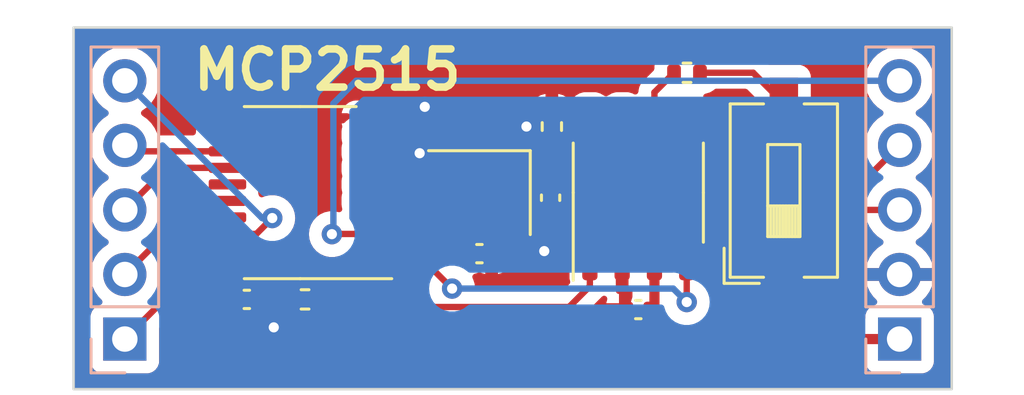
<source format=kicad_pcb>
(kicad_pcb (version 20221018) (generator pcbnew)
  (layers (0 "F.Cu" signal) (31 "B.Cu" signal) (34 "B.Paste" user) (35 "F.Paste" user) (36 "B.SilkS" user "B.Silkscreen") (37 "F.SilkS" user "F.Silkscreen") (38 "B.Mask" user) (39 "F.Mask" user) (44 "Edge.Cuts" user))
  (net 0 "")
  (net 1 "/CAN_TX")
  (net 2 "GND")
  (net 3 "+3V3")
  (net 4 "/CAN_RX")
  (net 6 "/CAN_L")
  (net 7 "/CAN_H")
  (net 8 "Net-(U101-Rs)")
  (net 13 "/OSC_OUT")
  (net 14 "/OSC_IN")
  (net 17 "/CAN_IRQ")
  (net 18 "/SPI_SCK")
  (net 20 "/SPI_MOSI")
  (net 21 "/SPI_MISO")
  (net 22 "/~{CS}")
  (net 23 "Net-(U102-~{RESET})")
  (net 24 "/SOF")
  (net 25 "Net-(R103-Pad1)")
  (footprint "Capacitor_SMD:C_0402_1005Metric" (layer "F.Cu") (at 128.397 118.711 180)
    (fp_text reference "C102" hide)
    (fp_text value "100n")
    (fp_line (start -0.107836 -0.36) (end 0.107836 -0.36) (stroke (width 0.12)) (layer "F.SilkS"))
    (fp_line (start -0.107836 0.36) (end 0.107836 0.36) (stroke (width 0.12)) (layer "F.SilkS"))
    (pad "1" smd roundrect (at -0.48 0 180) (size 0.56 0.62) (layers "F.Cu" "F.Paste" "F.Mask") (net 3 "+3V3"))
    (pad "2" smd roundrect (at 0.48 0 180) (size 0.56 0.62) (layers "F.Cu" "F.Paste" "F.Mask") (net 2 "GND"))
  )
  (footprint "Resistor_SMD:R_0402_1005Metric" (layer "F.Cu") (at 130.313 109.395 180)
    (fp_text reference "R103" hide)
    (fp_text value "120")
    (fp_line (start -0.153641 -0.38) (end 0.153641 -0.38) (stroke (width 0.12)) (layer "F.SilkS"))
    (fp_line (start -0.153641 0.38) (end 0.153641 0.38) (stroke (width 0.12)) (layer "F.SilkS"))
    (pad "1" smd roundrect (at -0.51 0 180) (size 0.54 0.64) (layers "F.Cu" "F.Paste" "F.Mask") (net 25 "Net-(R103-Pad1)"))
    (pad "2" smd roundrect (at 0.51 0 180) (size 0.54 0.64) (layers "F.Cu" "F.Paste" "F.Mask") (net 6 "/CAN_L"))
  )
  (footprint "Capacitor_SMD:C_0402_1005Metric" (layer "F.Cu") (at 124.947 114.311 -90)
    (fp_text reference "C103" hide)
    (fp_text value "10p")
    (fp_line (start -0.107836 -0.36) (end 0.107836 -0.36) (stroke (width 0.12)) (layer "F.SilkS"))
    (fp_line (start -0.107836 0.36) (end 0.107836 0.36) (stroke (width 0.12)) (layer "F.SilkS"))
    (pad "1" smd roundrect (at -0.48 0 270) (size 0.56 0.62) (layers "F.Cu" "F.Paste" "F.Mask") (net 14 "/OSC_IN"))
    (pad "2" smd roundrect (at 0.48 0 270) (size 0.56 0.62) (layers "F.Cu" "F.Paste" "F.Mask") (net 2 "GND"))
  )
  (footprint "Package_SO:TSSOP-20_4.4x6.5mm_P0.65mm" (layer "F.Cu") (at 115.097 114.111 180)
    (fp_text reference "U102" hide)
    (fp_text value "MCP2515-xST")
    (fp_line (start 0 -3.385) (end -3.6 -3.385) (stroke (width 0.12)) (layer "F.SilkS"))
    (fp_line (start 0 -3.385) (end 2.2 -3.385) (stroke (width 0.12)) (layer "F.SilkS"))
    (fp_line (start 0 3.385) (end -2.2 3.385) (stroke (width 0.12)) (layer "F.SilkS"))
    (fp_line (start 0 3.385) (end 2.2 3.385) (stroke (width 0.12)) (layer "F.SilkS"))
    (pad "1" smd roundrect (at -2.8625 -2.925 180) (size 1.475 0.4) (layers "F.Cu" "F.Paste" "F.Mask") (net 1 "/CAN_TX"))
    (pad "2" smd roundrect (at -2.8625 -2.275 180) (size 1.475 0.4) (layers "F.Cu" "F.Paste" "F.Mask") (net 4 "/CAN_RX"))
    (pad "3" smd roundrect (at -2.8625 -1.625 180) (size 1.475 0.4) (layers "F.Cu" "F.Paste" "F.Mask") (net 24 "/SOF"))
    (pad "4" smd roundrect (at -2.8625 -0.975 180) (size 1.475 0.4) (layers "F.Cu" "F.Paste" "F.Mask"))
    (pad "5" smd roundrect (at -2.8625 -0.325 180) (size 1.475 0.4) (layers "F.Cu" "F.Paste" "F.Mask"))
    (pad "6" smd roundrect (at -2.8625 0.325 180) (size 1.475 0.4) (layers "F.Cu" "F.Paste" "F.Mask"))
    (pad "7" smd roundrect (at -2.8625 0.975 180) (size 1.475 0.4) (layers "F.Cu" "F.Paste" "F.Mask"))
    (pad "8" smd roundrect (at -2.8625 1.625 180) (size 1.475 0.4) (layers "F.Cu" "F.Paste" "F.Mask") (net 13 "/OSC_OUT"))
    (pad "9" smd roundrect (at -2.8625 2.275 180) (size 1.475 0.4) (layers "F.Cu" "F.Paste" "F.Mask") (net 14 "/OSC_IN"))
    (pad "10" smd roundrect (at -2.8625 2.925 180) (size 1.475 0.4) (layers "F.Cu" "F.Paste" "F.Mask") (net 2 "GND"))
    (pad "11" smd roundrect (at 2.8625 2.925 180) (size 1.475 0.4) (layers "F.Cu" "F.Paste" "F.Mask"))
    (pad "12" smd roundrect (at 2.8625 2.275 180) (size 1.475 0.4) (layers "F.Cu" "F.Paste" "F.Mask"))
    (pad "13" smd roundrect (at 2.8625 1.625 180) (size 1.475 0.4) (layers "F.Cu" "F.Paste" "F.Mask") (net 17 "/CAN_IRQ"))
    (pad "14" smd roundrect (at 2.8625 0.975 180) (size 1.475 0.4) (layers "F.Cu" "F.Paste" "F.Mask") (net 18 "/SPI_SCK"))
    (pad "15" smd roundrect (at 2.8625 0.325 180) (size 1.475 0.4) (layers "F.Cu" "F.Paste" "F.Mask"))
    (pad "16" smd roundrect (at 2.8625 -0.325 180) (size 1.475 0.4) (layers "F.Cu" "F.Paste" "F.Mask") (net 20 "/SPI_MOSI"))
    (pad "17" smd roundrect (at 2.8625 -0.975 180) (size 1.475 0.4) (layers "F.Cu" "F.Paste" "F.Mask") (net 21 "/SPI_MISO"))
    (pad "18" smd roundrect (at 2.8625 -1.625 180) (size 1.475 0.4) (layers "F.Cu" "F.Paste" "F.Mask") (net 22 "/~{CS}"))
    (pad "19" smd roundrect (at 2.8625 -2.275 180) (size 1.475 0.4) (layers "F.Cu" "F.Paste" "F.Mask") (net 23 "Net-(U102-~{RESET})"))
    (pad "20" smd roundrect (at 2.8625 -2.925 180) (size 1.475 0.4) (layers "F.Cu" "F.Paste" "F.Mask") (net 3 "+3V3"))
  )
  (footprint "Resistor_SMD:R_0402_1005Metric" (layer "F.Cu") (at 115.287 118.311 180)
    (fp_text reference "R102" hide)
    (fp_text value "10K")
    (fp_line (start -0.153641 -0.38) (end 0.153641 -0.38) (stroke (width 0.12)) (layer "F.SilkS"))
    (fp_line (start -0.153641 0.38) (end 0.153641 0.38) (stroke (width 0.12)) (layer "F.SilkS"))
    (pad "1" smd roundrect (at -0.51 0 180) (size 0.54 0.64) (layers "F.Cu" "F.Paste" "F.Mask") (net 23 "Net-(U102-~{RESET})"))
    (pad "2" smd roundrect (at 0.51 0 180) (size 0.54 0.64) (layers "F.Cu" "F.Paste" "F.Mask") (net 3 "+3V3"))
  )
  (footprint "Resistor_SMD:R_0402_1005Metric" (layer "F.Cu") (at 124.997 111.511 -90)
    (fp_text reference "R101" hide)
    (fp_text value "10K")
    (fp_line (start -0.153641 -0.38) (end 0.153641 -0.38) (stroke (width 0.12)) (layer "F.SilkS"))
    (fp_line (start -0.153641 0.38) (end 0.153641 0.38) (stroke (width 0.12)) (layer "F.SilkS"))
    (pad "1" smd roundrect (at -0.51 0 270) (size 0.54 0.64) (layers "F.Cu" "F.Paste" "F.Mask") (net 2 "GND"))
    (pad "2" smd roundrect (at 0.51 0 270) (size 0.54 0.64) (layers "F.Cu" "F.Paste" "F.Mask") (net 8 "Net-(U101-Rs)"))
  )
  (footprint "Capacitor_SMD:C_0402_1005Metric" (layer "F.Cu") (at 122.147 116.511)
    (fp_text reference "C104" hide)
    (fp_text value "10p")
    (fp_line (start -0.107836 -0.36) (end 0.107836 -0.36) (stroke (width 0.12)) (layer "F.SilkS"))
    (fp_line (start -0.107836 0.36) (end 0.107836 0.36) (stroke (width 0.12)) (layer "F.SilkS"))
    (pad "1" smd roundrect (at -0.48 0) (size 0.56 0.62) (layers "F.Cu" "F.Paste" "F.Mask") (net 13 "/OSC_OUT"))
    (pad "2" smd roundrect (at 0.48 0) (size 0.56 0.62) (layers "F.Cu" "F.Paste" "F.Mask") (net 2 "GND"))
  )
  (footprint "Crystal:Crystal_SMD_3225-4Pin_3.2x2.5mm" (layer "F.Cu") (at 122.147 114.111 180)
    (fp_text reference "Y101" hide)
    (fp_text value "8MHz")
    (fp_line (start -2 -1.65) (end -2 1.65) (stroke (width 0.12)) (layer "F.SilkS"))
    (fp_line (start -2 1.65) (end 2 1.65) (stroke (width 0.12)) (layer "F.SilkS"))
    (pad "1" smd rect (at -1.1 0.85 180) (size 1.4 1.2) (layers "F.Cu" "F.Paste" "F.Mask") (net 14 "/OSC_IN"))
    (pad "2" smd rect (at 1.1 0.85 180) (size 1.4 1.2) (layers "F.Cu" "F.Paste" "F.Mask") (net 2 "GND"))
    (pad "3" smd rect (at 1.1 -0.85 180) (size 1.4 1.2) (layers "F.Cu" "F.Paste" "F.Mask") (net 13 "/OSC_OUT"))
    (pad "4" smd rect (at -1.1 -0.85 180) (size 1.4 1.2) (layers "F.Cu" "F.Paste" "F.Mask") (net 2 "GND"))
  )
  (footprint "Package_SO:SOIC-8_3.9x4.9mm_P1.27mm" (layer "F.Cu") (at 128.397 114.111 90)
    (fp_text reference "U101" hide)
    (fp_text value "SN65HVD230")
    (fp_line (start 0 -2.56) (end -3.45 -2.56) (stroke (width 0.12)) (layer "F.SilkS"))
    (fp_line (start 0 -2.56) (end 1.95 -2.56) (stroke (width 0.12)) (layer "F.SilkS"))
    (fp_line (start 0 2.56) (end -1.95 2.56) (stroke (width 0.12)) (layer "F.SilkS"))
    (fp_line (start 0 2.56) (end 1.95 2.56) (stroke (width 0.12)) (layer "F.SilkS"))
    (pad "1" smd roundrect (at -2.475 -1.905 90) (size 1.95 0.6) (layers "F.Cu" "F.Paste" "F.Mask") (net 1 "/CAN_TX"))
    (pad "2" smd roundrect (at -2.475 -0.635 90) (size 1.95 0.6) (layers "F.Cu" "F.Paste" "F.Mask") (net 2 "GND"))
    (pad "3" smd roundrect (at -2.475 0.635 90) (size 1.95 0.6) (layers "F.Cu" "F.Paste" "F.Mask") (net 3 "+3V3"))
    (pad "4" smd roundrect (at -2.475 1.905 90) (size 1.95 0.6) (layers "F.Cu" "F.Paste" "F.Mask") (net 4 "/CAN_RX"))
    (pad "5" smd roundrect (at 2.475 1.905 90) (size 1.95 0.6) (layers "F.Cu" "F.Paste" "F.Mask"))
    (pad "6" smd roundrect (at 2.475 0.635 90) (size 1.95 0.6) (layers "F.Cu" "F.Paste" "F.Mask") (net 6 "/CAN_L"))
    (pad "7" smd roundrect (at 2.475 -0.635 90) (size 1.95 0.6) (layers "F.Cu" "F.Paste" "F.Mask") (net 7 "/CAN_H"))
    (pad "8" smd roundrect (at 2.475 -1.905 90) (size 1.95 0.6) (layers "F.Cu" "F.Paste" "F.Mask") (net 8 "Net-(U101-Rs)"))
  )
  (footprint "Capacitor_SMD:C_0402_1005Metric" (layer "F.Cu") (at 112.997 118.311)
    (fp_text reference "C101" hide)
    (fp_text value "100n")
    (fp_line (start -0.107836 -0.36) (end 0.107836 -0.36) (stroke (width 0.12)) (layer "F.SilkS"))
    (fp_line (start -0.107836 0.36) (end 0.107836 0.36) (stroke (width 0.12)) (layer "F.SilkS"))
    (pad "1" smd roundrect (at -0.48 0) (size 0.56 0.62) (layers "F.Cu" "F.Paste" "F.Mask") (net 3 "+3V3"))
    (pad "2" smd roundrect (at 0.48 0) (size 0.56 0.62) (layers "F.Cu" "F.Paste" "F.Mask") (net 2 "GND"))
  )
  (footprint "Button_Switch_SMD:SW_DIP_SPSTx01_Slide_6.7x4.1mm_W6.73mm_P2.54mm_LowProfile_JPin" (layer "F.Cu") (at 134.123 114.03 90)
    (fp_text reference "SW101" hide)
    (fp_text value "SW_DIP_x01")
    (fp_line (start -3.65 -2.35) (end -3.65 -0.967) (stroke (width 0.12)) (layer "F.SilkS"))
    (fp_line (start -3.65 -2.35) (end -2.267 -2.35) (stroke (width 0.12)) (layer "F.SilkS"))
    (fp_line (start -3.41 -2.11) (end -3.41 -0.8) (stroke (width 0.12)) (layer "F.SilkS"))
    (fp_line (start -3.41 -2.11) (end 3.41 -2.11) (stroke (width 0.12)) (layer "F.SilkS"))
    (fp_line (start -3.41 0.8) (end -3.41 2.11) (stroke (width 0.12)) (layer "F.SilkS"))
    (fp_line (start -3.41 2.11) (end 3.41 2.11) (stroke (width 0.12)) (layer "F.SilkS"))
    (fp_line (start -1.81 -0.635) (end -1.81 0.635) (stroke (width 0.12)) (layer "F.SilkS"))
    (fp_line (start -1.81 -0.515) (end -0.603333 -0.515) (stroke (width 0.12)) (layer "F.SilkS"))
    (fp_line (start -1.81 -0.395) (end -0.603333 -0.395) (stroke (width 0.12)) (layer "F.SilkS"))
    (fp_line (start -1.81 -0.275) (end -0.603333 -0.275) (stroke (width 0.12)) (layer "F.SilkS"))
    (fp_line (start -1.81 -0.155) (end -0.603333 -0.155) (stroke (width 0.12)) (layer "F.SilkS"))
    (fp_line (start -1.81 -0.035) (end -0.603333 -0.035) (stroke (width 0.12)) (layer "F.SilkS"))
    (fp_line (start -1.81 0.085) (end -0.603333 0.085) (stroke (width 0.12)) (layer "F.SilkS"))
    (fp_line (start -1.81 0.205) (end -0.603333 0.205) (stroke (width 0.12)) (layer "F.SilkS"))
    (fp_line (start -1.81 0.325) (end -0.603333 0.325) (stroke (width 0.12)) (layer "F.SilkS"))
    (fp_line (start -1.81 0.445) (end -0.603333 0.445) (stroke (width 0.12)) (layer "F.SilkS"))
    (fp_line (start -1.81 0.565) (end -0.603333 0.565) (stroke (width 0.12)) (layer "F.SilkS"))
    (fp_line (start -1.81 0.635) (end 1.81 0.635) (stroke (width 0.12)) (layer "F.SilkS"))
    (fp_line (start -0.603333 -0.635) (end -0.603333 0.635) (stroke (width 0.12)) (layer "F.SilkS"))
    (fp_line (start 1.81 -0.635) (end -1.81 -0.635) (stroke (width 0.12)) (layer "F.SilkS"))
    (fp_line (start 1.81 0.635) (end 1.81 -0.635) (stroke (width 0.12)) (layer "F.SilkS"))
    (fp_line (start 3.41 -2.11) (end 3.41 -0.8) (stroke (width 0.12)) (layer "F.SilkS"))
    (fp_line (start 3.41 0.8) (end 3.41 2.11) (stroke (width 0.12)) (layer "F.SilkS"))
    (pad "1" smd rect (at -3.365 0 90) (size 2.16 1.12) (layers "F.Cu" "F.Paste" "F.Mask") (net 7 "/CAN_H"))
    (pad "2" smd rect (at 3.365 0 90) (size 2.16 1.12) (layers "F.Cu" "F.Paste" "F.Mask") (net 25 "Net-(R103-Pad1)"))
  )
  (footprint "Connector_PinHeader_2.54mm:PinHeader_1x05_P2.54mm_Vertical" (layer "B.Cu") (at 138.677 119.871)
    (fp_text reference "J102" hide)
    (fp_text value "Can Connect")
    (fp_line (start -1.33 -11.49) (end 1.33 -11.49) (stroke (width 0.12)) (layer "B.SilkS"))
    (fp_line (start -1.33 -1.27) (end -1.33 -11.49) (stroke (width 0.12)) (layer "B.SilkS"))
    (fp_line (start -1.33 -1.27) (end 1.33 -1.27) (stroke (width 0.12)) (layer "B.SilkS"))
    (fp_line (start -1.33 0) (end -1.33 1.33) (stroke (width 0.12)) (layer "B.SilkS"))
    (fp_line (start -1.33 1.33) (end 0 1.33) (stroke (width 0.12)) (layer "B.SilkS"))
    (fp_line (start 1.33 -1.27) (end 1.33 -11.49) (stroke (width 0.12)) (layer "B.SilkS"))
    (pad "1" thru_hole rect (at 0 0) (size 1.7 1.7) (drill 1) (layers "*.Cu" "*.Mask") (net 3 "+3V3"))
    (pad "2" thru_hole oval (at 0 -2.54) (size 1.7 1.7) (drill 1) (layers "*.Cu" "*.Mask") (net 2 "GND"))
    (pad "3" thru_hole oval (at 0 -5.08) (size 1.7 1.7) (drill 1) (layers "*.Cu" "*.Mask") (net 7 "/CAN_H"))
    (pad "4" thru_hole oval (at 0 -7.62) (size 1.7 1.7) (drill 1) (layers "*.Cu" "*.Mask") (net 6 "/CAN_L"))
    (pad "5" thru_hole oval (at 0 -10.16) (size 1.7 1.7) (drill 1) (layers "*.Cu" "*.Mask") (net 24 "/SOF"))
  )
  (footprint "Connector_PinHeader_2.54mm:PinHeader_1x05_P2.54mm_Vertical" (layer "B.Cu") (at 108.197 119.871)
    (fp_text reference "J101" hide)
    (fp_text value "Can Connect")
    (fp_line (start -1.33 -11.49) (end 1.33 -11.49) (stroke (width 0.12)) (layer "B.SilkS"))
    (fp_line (start -1.33 -1.27) (end -1.33 -11.49) (stroke (width 0.12)) (layer "B.SilkS"))
    (fp_line (start -1.33 -1.27) (end 1.33 -1.27) (stroke (width 0.12)) (layer "B.SilkS"))
    (fp_line (start -1.33 0) (end -1.33 1.33) (stroke (width 0.12)) (layer "B.SilkS"))
    (fp_line (start -1.33 1.33) (end 0 1.33) (stroke (width 0.12)) (layer "B.SilkS"))
    (fp_line (start 1.33 -1.27) (end 1.33 -11.49) (stroke (width 0.12)) (layer "B.SilkS"))
    (pad "1" thru_hole rect (at 0 0) (size 1.7 1.7) (drill 1) (layers "*.Cu" "*.Mask") (net 21 "/SPI_MISO"))
    (pad "2" thru_hole oval (at 0 -2.54) (size 1.7 1.7) (drill 1) (layers "*.Cu" "*.Mask") (net 20 "/SPI_MOSI"))
    (pad "3" thru_hole oval (at 0 -5.08) (size 1.7 1.7) (drill 1) (layers "*.Cu" "*.Mask") (net 18 "/SPI_SCK"))
    (pad "4" thru_hole oval (at 0 -7.62) (size 1.7 1.7) (drill 1) (layers "*.Cu" "*.Mask") (net 17 "/CAN_IRQ"))
    (pad "5" thru_hole oval (at 0 -10.16) (size 1.7 1.7) (drill 1) (layers "*.Cu" "*.Mask") (net 22 "/~{CS}"))
  )
  (gr_rect (start 106.183 107.617) (end 140.727 121.841) (stroke (width 0.1)) (fill none) (layer "Edge.Cuts"))
  (gr_text "MCP2515" (at 110.755 110.157) (layer "F.SilkS") (effects (font (size 1.5 1.5) (thickness 0.3) bold) (justify left bottom)))
  (segment (start 118.772 117.036) (end 120.347 118.611) (width 0.25) (layer "F.Cu") (net 1))
  (segment (start 120.347 118.611) (end 125.672 118.611) (width 0.25) (layer "F.Cu") (net 1))
  (segment (start 125.672 118.611) (end 126.492 117.791) (width 0.25) (layer "F.Cu") (net 1))
  (segment (start 126.492 117.791) (end 126.492 116.586) (width 0.25) (layer "F.Cu") (net 1))
  (segment (start 117.9595 117.036) (end 118.772 117.036) (width 0.25) (layer "F.Cu") (net 1))
  (segment (start 124.997 111.001) (end 124.507 111.001) (width 0.25) (layer "F.Cu") (net 2))
  (segment (start 123.247 114.961) (end 124.697 116.411) (width 0.25) (layer "F.Cu") (net 2))
  (segment (start 117.9595 111.186) (end 119.547 111.186) (width 0.25) (layer "F.Cu") (net 2))
  (segment (start 127.762 118.556) (end 127.917 118.711) (width 0.25) (layer "F.Cu") (net 2))
  (segment (start 121.047 113.261) (end 121.147 113.261) (width 0.25) (layer "F.Cu") (net 2))
  (segment (start 121.047 113.261) (end 120.496598 113.261) (width 0.25) (layer "F.Cu") (net 2))
  (segment (start 113.477 118.831) (end 113.477 118.311) (width 0.25) (layer "F.Cu") (net 2))
  (segment (start 124.507 111.001) (end 123.997 111.511) (width 0.25) (layer "F.Cu") (net 2))
  (segment (start 119.547 111.186) (end 119.997 110.736) (width 0.25) (layer "F.Cu") (net 2))
  (segment (start 120.496598 113.261) (end 119.795714 112.560116) (width 0.25) (layer "F.Cu") (net 2))
  (segment (start 127.762 116.586) (end 127.762 118.556) (width 0.25) (layer "F.Cu") (net 2))
  (segment (start 123.247 114.961) (end 123.247 115.891) (width 0.25) (layer "F.Cu") (net 2))
  (segment (start 122.847 114.961) (end 123.247 114.961) (width 0.25) (layer "F.Cu") (net 2))
  (segment (start 121.147 113.261) (end 122.847 114.961) (width 0.25) (layer "F.Cu") (net 2))
  (segment (start 120.572 112.786) (end 121.047 113.261) (width 0.25) (layer "F.Cu") (net 2))
  (segment (start 123.417 114.791) (end 123.247 114.961) (width 0.25) (layer "F.Cu") (net 2))
  (segment (start 123.247 115.891) (end 122.627 116.511) (width 0.25) (layer "F.Cu") (net 2))
  (segment (start 114.057 119.411) (end 113.477 118.831) (width 0.25) (layer "F.Cu") (net 2))
  (segment (start 124.947 114.791) (end 123.417 114.791) (width 0.25) (layer "F.Cu") (net 2))
  (via (at 124.697 116.411) (size 0.8) (drill 0.4) (layers "F.Cu" "B.Cu") (net 2))
  (via (at 119.997 110.736) (size 0.8) (drill 0.4) (layers "F.Cu" "B.Cu") (net 2))
  (via (at 114.057 119.411) (size 0.8) (drill 0.4) (layers "F.Cu" "B.Cu") (net 2))
  (via (at 123.997 111.511) (size 0.8) (drill 0.4) (layers "F.Cu" "B.Cu") (net 2))
  (via (at 119.795714 112.560116) (size 0.8) (drill 0.4) (layers "F.Cu" "B.Cu") (net 2))
  (segment (start 112.517 119.793) (end 113.041 120.317) (width 0.4) (layer "F.Cu") (net 3))
  (segment (start 112.517 118.311) (end 112.517 119.793) (width 0.4) (layer "F.Cu") (net 3))
  (segment (start 129.591 120.317) (end 130.037 119.871) (width 0.4) (layer "F.Cu") (net 3))
  (segment (start 114.122 117.036) (end 114.777 117.691) (width 0.4) (layer "F.Cu") (net 3))
  (segment (start 129.032 116.586) (end 129.032 118.556) (width 0.4) (layer "F.Cu") (net 3))
  (segment (start 114.777 117.691) (end 114.777 118.311) (width 0.4) (layer "F.Cu") (net 3))
  (segment (start 138.677 119.871) (end 130.037 119.871) (width 0.4) (layer "F.Cu") (net 3))
  (segment (start 129.032 118.556) (end 128.877 118.711) (width 0.4) (layer "F.Cu") (net 3))
  (segment (start 113.041 120.317) (end 129.591 120.317) (width 0.4) (layer "F.Cu") (net 3))
  (segment (start 112.517 117.3185) (end 112.2345 117.036) (width 0.4) (layer "F.Cu") (net 3))
  (segment (start 112.2345 117.036) (end 114.122 117.036) (width 0.4) (layer "F.Cu") (net 3))
  (segment (start 130.037 119.871) (end 128.877 118.711) (width 0.4) (layer "F.Cu") (net 3))
  (segment (start 112.517 118.311) (end 112.517 117.3185) (width 0.4) (layer "F.Cu") (net 3))
  (segment (start 119.572 116.386) (end 121.072 117.886) (width 0.25) (layer "F.Cu") (net 4))
  (segment (start 130.302 118.416) (end 130.302 116.586) (width 0.25) (layer "F.Cu") (net 4))
  (segment (start 117.9595 116.386) (end 119.572 116.386) (width 0.25) (layer "F.Cu") (net 4))
  (via (at 130.302 118.416) (size 0.8) (drill 0.4) (layers "F.Cu" "B.Cu") (net 4))
  (via (at 121.072 117.886) (size 0.8) (drill 0.4) (layers "F.Cu" "B.Cu") (net 4))
  (segment (start 130.302 118.416) (end 129.772 117.886) (width 0.25) (layer "B.Cu") (net 4))
  (segment (start 129.772 117.886) (end 121.072 117.886) (width 0.25) (layer "B.Cu") (net 4))
  (segment (start 129.032 112.610999) (end 129.880001 113.459) (width 0.25) (layer "F.Cu") (net 6))
  (segment (start 137.469 113.459) (end 138.677 112.251) (width 0.25) (layer "F.Cu") (net 6))
  (segment (start 129.880001 113.459) (end 137.469 113.459) (width 0.25) (layer "F.Cu") (net 6))
  (segment (start 129.032 111.636) (end 129.032 112.610999) (width 0.25) (layer "F.Cu") (net 6))
  (segment (start 129.803 109.395) (end 129.032 110.166) (width 0.25) (layer "F.Cu") (net 6))
  (segment (start 129.032 110.166) (end 129.032 111.636) (width 0.25) (layer "F.Cu") (net 6))
  (segment (start 127.762 112.610999) (end 129.942001 114.791) (width 0.25) (layer "F.Cu") (net 7))
  (segment (start 127.762 111.636) (end 127.762 112.610999) (width 0.25) (layer "F.Cu") (net 7))
  (segment (start 131.583 114.792) (end 134.123 117.332) (width 0.25) (layer "F.Cu") (net 7))
  (segment (start 131.583 114.791) (end 138.677 114.791) (width 0.25) (layer "F.Cu") (net 7))
  (segment (start 131.583 114.791) (end 131.583 114.792) (width 0.25) (layer "F.Cu") (net 7))
  (segment (start 129.942001 114.791) (end 131.583 114.791) (width 0.25) (layer "F.Cu") (net 7))
  (segment (start 126.107 112.021) (end 126.492 111.636) (width 0.25) (layer "F.Cu") (net 8))
  (segment (start 124.997 112.021) (end 126.107 112.021) (width 0.25) (layer "F.Cu") (net 8))
  (segment (start 119.372 114.261) (end 120.072 114.961) (width 0.25) (layer "F.Cu") (net 13))
  (segment (start 118.696999 112.486) (end 119.372 113.161001) (width 0.25) (layer "F.Cu") (net 13))
  (segment (start 121.047 114.961) (end 121.047 115.891) (width 0.25) (layer "F.Cu") (net 13))
  (segment (start 120.072 114.961) (end 121.047 114.961) (width 0.25) (layer "F.Cu") (net 13))
  (segment (start 121.047 115.891) (end 121.667 116.511) (width 0.25) (layer "F.Cu") (net 13))
  (segment (start 119.372 113.161001) (end 119.372 114.261) (width 0.25) (layer "F.Cu") (net 13))
  (segment (start 117.9595 112.486) (end 118.696999 112.486) (width 0.25) (layer "F.Cu") (net 13))
  (segment (start 124.947 113.831) (end 123.817 113.831) (width 0.25) (layer "F.Cu") (net 14))
  (segment (start 117.9595 111.836) (end 121.822 111.836) (width 0.25) (layer "F.Cu") (net 14))
  (segment (start 121.822 111.836) (end 123.247 113.261) (width 0.25) (layer "F.Cu") (net 14))
  (segment (start 123.817 113.831) (end 123.247 113.261) (width 0.25) (layer "F.Cu") (net 14))
  (segment (start 108.197 112.251) (end 108.432 112.486) (width 0.25) (layer "F.Cu") (net 17))
  (segment (start 108.432 112.486) (end 112.2345 112.486) (width 0.25) (layer "F.Cu") (net 17))
  (segment (start 109.852 113.136) (end 112.2345 113.136) (width 0.25) (layer "F.Cu") (net 18))
  (segment (start 108.197 114.791) (end 109.852 113.136) (width 0.25) (layer "F.Cu") (net 18))
  (segment (start 111.092 114.436) (end 112.2345 114.436) (width 0.25) (layer "F.Cu") (net 20))
  (segment (start 108.197 117.331) (end 111.092 114.436) (width 0.25) (layer "F.Cu") (net 20))
  (segment (start 110.197 117.871) (end 108.197 119.871) (width 0.25) (layer "F.Cu") (net 21))
  (segment (start 111.497001 115.086) (end 110.197 116.386001) (width 0.25) (layer "F.Cu") (net 21))
  (segment (start 110.197 116.386001) (end 110.197 117.871) (width 0.25) (layer "F.Cu") (net 21))
  (segment (start 112.2345 115.086) (end 111.497001 115.086) (width 0.25) (layer "F.Cu") (net 21))
  (segment (start 113.997 115.111) (end 113.372 115.736) (width 0.25) (layer "F.Cu") (net 22))
  (segment (start 113.372 115.736) (end 112.2345 115.736) (width 0.25) (layer "F.Cu") (net 22))
  (via (at 113.997 115.111) (size 0.8) (drill 0.4) (layers "F.Cu" "B.Cu") (net 22))
  (segment (start 113.997 115.111) (end 113.597 115.111) (width 0.25) (layer "B.Cu") (net 22))
  (segment (start 113.597 115.111) (end 108.197 109.711) (width 0.25) (layer "B.Cu") (net 22))
  (segment (start 115.797 117.711) (end 115.797 118.311) (width 0.25) (layer "F.Cu") (net 23))
  (segment (start 112.2345 116.386) (end 114.472 116.386) (width 0.25) (layer "F.Cu") (net 23))
  (segment (start 114.472 116.386) (end 115.797 117.711) (width 0.25) (layer "F.Cu") (net 23))
  (segment (start 117.9595 115.736) (end 116.352 115.736) (width 0.25) (layer "F.Cu") (net 24))
  (segment (start 116.352 115.736) (end 116.343 115.745) (width 0.25) (layer "F.Cu") (net 24))
  (via (at 116.343 115.745) (size 0.8) (drill 0.4) (layers "F.Cu" "B.Cu") (net 24))
  (segment (start 116.402 110.606) (end 117.297 109.711) (width 0.25) (layer "B.Cu") (net 24))
  (segment (start 116.402 115.686) (end 116.402 110.606) (width 0.25) (layer "B.Cu") (net 24))
  (segment (start 116.343 115.745) (end 116.402 115.686) (width 0.25) (layer "B.Cu") (net 24))
  (segment (start 117.297 109.711) (end 138.677 109.711) (width 0.25) (layer "B.Cu") (net 24))
  (segment (start 132.916 109.395) (end 134.123 110.602) (width 0.25) (layer "F.Cu") (net 25))
  (segment (start 130.823 109.395) (end 132.916 109.395) (width 0.25) (layer "F.Cu") (net 25))
  (zone (net 2) (net_name "GND") (layers "F&B.Cu") (connect_pads (clearance 0.5)) (min_thickness 0.25) (fill yes (thermal_gap 0.5) (thermal_bridge_width 0.5))
    (polygon (pts (xy 140.981 107.363) (xy 105.929 107.363) (xy 105.929 122.095) (xy 140.981 122.095)))
  )
)
</source>
